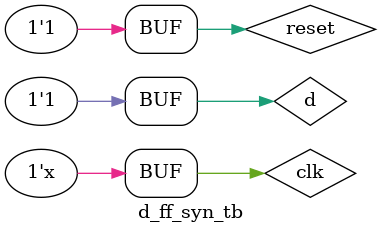
<source format=v>

module d_ff_syn(q,qbar,d,clk,reset);
output q,qbar;
input d,clk,reset;

not #2 nt(w0,clk); //edge detector

//Synch reset logic
and a0(w,d,reset);

//FF
and a1(w1,clk,w0);
nand n1(w2,w,w1);
nand n2(w3,w1,w2);
nand n3(q,qbar,w2);
nand n4(qbar,q,w3);


endmodule 

module d_ff_syn_tb();
wire q,qbar;
reg d,clk,reset;

d_ff_syn d2(q,qbar,d,clk,reset);

always #5 clk = ~clk;

initial
begin
d=1;
clk=0;
reset=1;
#7 d=0;
#3 reset =0;
#1 reset=1;
#14 d=1;
reset =0;
#2 reset=1;
end


endmodule 
</source>
